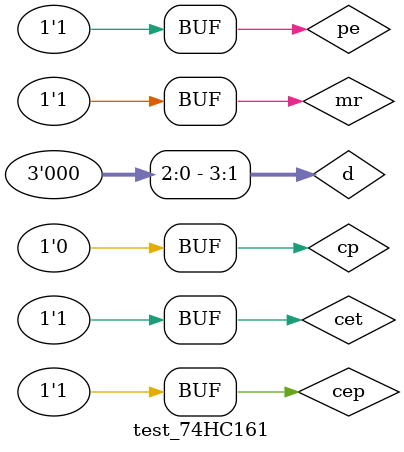
<source format=v>
`timescale 1ns/1ns
module test_74HC161;
    reg mr,cp,cep,cet,pe;
    reg[3:0]d;
    wire[3:0]q;
    wire tc;
W_74HC161 u1(mr,cp,cep,cet,pe,d,q,tc);
    initial
        begin
            mr=1;
            #100 mr=0;
            #20 mr=1;
            #200 mr=0;
            #22 mr=1;
        end
    initial
        begin
            cp=0;
            repeat(200)
                #5 cp=~cp;
        end
    initial
        begin
            pe=1;
            #152 pe=0;
            #22 pe=1;
            #200 pe=0;
            #20 pe=1;
            #200 pe=0;
            #30 pe=1;
        end
    initial
        begin
            cep=1;
            #222 cep=0;
            #40 cep=1;
        end
    initial
        begin
            cet=1;
            #333 cet=0;
            #30 cet=1;
        end
    initial
        begin
            d=0;
            repeat(20)
                #41 d=$random;
        end
    initial $monitor("time=%t,mr=%b,cp=%b,cep=%b,cet=%b,pe=%b,d=%b,q=%b,tc=%b",$time,mr,cp,cep,cet,pe,d,q,tc);
endmodule
</source>
